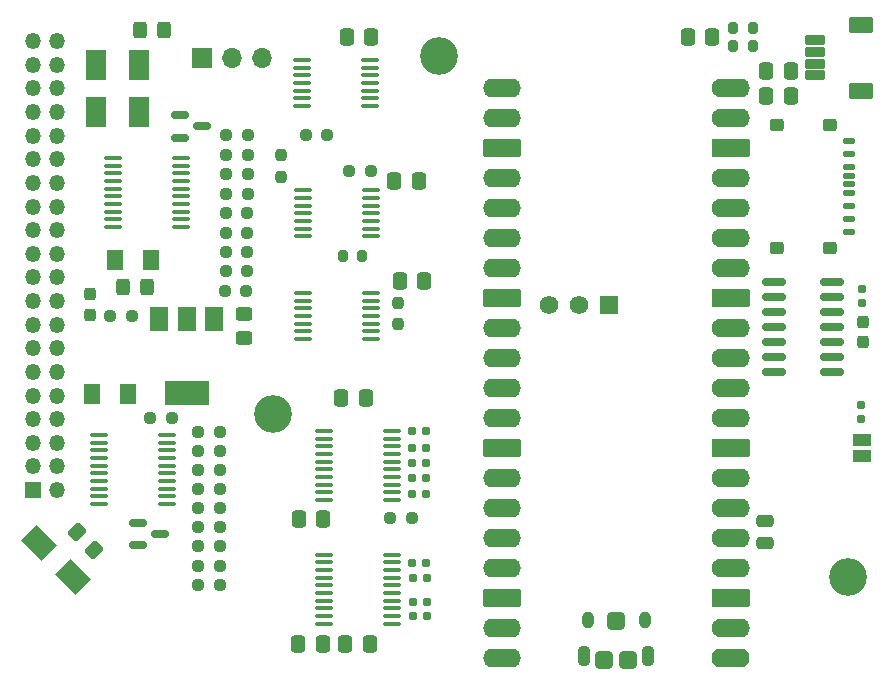
<source format=gbr>
%TF.GenerationSoftware,KiCad,Pcbnew,8.0.4-8.0.4-0~ubuntu22.04.1*%
%TF.CreationDate,2024-07-18T12:57:02-06:00*%
%TF.ProjectId,PowerBook,506f7765-7242-46f6-9f6b-2e6b69636164,rev?*%
%TF.SameCoordinates,Original*%
%TF.FileFunction,Soldermask,Top*%
%TF.FilePolarity,Negative*%
%FSLAX46Y46*%
G04 Gerber Fmt 4.6, Leading zero omitted, Abs format (unit mm)*
G04 Created by KiCad (PCBNEW 8.0.4-8.0.4-0~ubuntu22.04.1) date 2024-07-18 12:57:02*
%MOMM*%
%LPD*%
G01*
G04 APERTURE LIST*
G04 Aperture macros list*
%AMRoundRect*
0 Rectangle with rounded corners*
0 $1 Rounding radius*
0 $2 $3 $4 $5 $6 $7 $8 $9 X,Y pos of 4 corners*
0 Add a 4 corners polygon primitive as box body*
4,1,4,$2,$3,$4,$5,$6,$7,$8,$9,$2,$3,0*
0 Add four circle primitives for the rounded corners*
1,1,$1+$1,$2,$3*
1,1,$1+$1,$4,$5*
1,1,$1+$1,$6,$7*
1,1,$1+$1,$8,$9*
0 Add four rect primitives between the rounded corners*
20,1,$1+$1,$2,$3,$4,$5,0*
20,1,$1+$1,$4,$5,$6,$7,0*
20,1,$1+$1,$6,$7,$8,$9,0*
20,1,$1+$1,$8,$9,$2,$3,0*%
%AMRotRect*
0 Rectangle, with rotation*
0 The origin of the aperture is its center*
0 $1 length*
0 $2 width*
0 $3 Rotation angle, in degrees counterclockwise*
0 Add horizontal line*
21,1,$1,$2,0,0,$3*%
%AMFreePoly0*
4,1,26,1.935306,0.780194,1.989950,0.741421,2.341421,0.389950,2.388777,0.314585,2.400000,0.248529,2.400000,-0.248529,2.380194,-0.335306,2.341421,-0.389950,1.989950,-0.741421,1.914585,-0.788777,1.848529,-0.800000,0.000000,-0.800000,-0.248529,-0.800000,-0.335306,-0.780194,-0.389950,-0.741421,-0.741421,-0.389950,-0.788777,-0.314585,-0.800000,-0.248529,-0.800000,0.248529,-0.780194,0.335306,
-0.741421,0.389950,-0.389950,0.741421,-0.314585,0.788777,-0.248529,0.800000,1.848529,0.800000,1.935306,0.780194,1.935306,0.780194,$1*%
%AMFreePoly1*
4,1,26,0.335306,0.780194,0.389950,0.741421,0.741421,0.389950,0.788777,0.314585,0.800000,0.248529,0.800000,-0.248529,0.780194,-0.335306,0.741421,-0.389950,0.389950,-0.741421,0.314585,-0.788777,0.248529,-0.800000,0.000000,-0.800000,-0.248529,-0.800000,-0.335306,-0.780194,-0.389950,-0.741421,-0.741421,-0.389950,-0.788777,-0.314585,-0.800000,-0.248529,-0.800000,0.248529,-0.780194,0.335306,
-0.741421,0.389950,-0.389950,0.741421,-0.314585,0.788777,-0.248529,0.800000,0.248529,0.800000,0.335306,0.780194,0.335306,0.780194,$1*%
G04 Aperture macros list end*
%ADD10RoundRect,0.250001X0.462499X0.624999X-0.462499X0.624999X-0.462499X-0.624999X0.462499X-0.624999X0*%
%ADD11R,1.500000X2.000000*%
%ADD12R,3.800000X2.000000*%
%ADD13RoundRect,0.250000X0.325000X0.450000X-0.325000X0.450000X-0.325000X-0.450000X0.325000X-0.450000X0*%
%ADD14RoundRect,0.250000X0.450000X-0.325000X0.450000X0.325000X-0.450000X0.325000X-0.450000X-0.325000X0*%
%ADD15RoundRect,0.250000X0.548008X0.088388X0.088388X0.548008X-0.548008X-0.088388X-0.088388X-0.548008X0*%
%ADD16R,1.800000X2.500000*%
%ADD17R,1.700000X1.700000*%
%ADD18O,1.700000X1.700000*%
%ADD19RoundRect,0.160000X0.197500X0.160000X-0.197500X0.160000X-0.197500X-0.160000X0.197500X-0.160000X0*%
%ADD20RoundRect,0.237500X-0.250000X-0.237500X0.250000X-0.237500X0.250000X0.237500X-0.250000X0.237500X0*%
%ADD21RoundRect,0.100000X-0.637500X-0.100000X0.637500X-0.100000X0.637500X0.100000X-0.637500X0.100000X0*%
%ADD22C,3.200000*%
%ADD23RoundRect,0.250000X0.337500X0.475000X-0.337500X0.475000X-0.337500X-0.475000X0.337500X-0.475000X0*%
%ADD24RoundRect,0.250000X-0.337500X-0.475000X0.337500X-0.475000X0.337500X0.475000X-0.337500X0.475000X0*%
%ADD25RoundRect,0.160000X-0.160000X0.197500X-0.160000X-0.197500X0.160000X-0.197500X0.160000X0.197500X0*%
%ADD26RoundRect,0.100000X0.637500X0.100000X-0.637500X0.100000X-0.637500X-0.100000X0.637500X-0.100000X0*%
%ADD27RoundRect,0.237500X-0.237500X0.287500X-0.237500X-0.287500X0.237500X-0.287500X0.237500X0.287500X0*%
%ADD28RoundRect,0.200000X-0.200000X-0.275000X0.200000X-0.275000X0.200000X0.275000X-0.200000X0.275000X0*%
%ADD29RoundRect,0.150000X-0.587500X-0.150000X0.587500X-0.150000X0.587500X0.150000X-0.587500X0.150000X0*%
%ADD30RoundRect,0.237500X0.237500X-0.287500X0.237500X0.287500X-0.237500X0.287500X-0.237500X-0.287500X0*%
%ADD31RoundRect,0.250000X-0.475000X0.250000X-0.475000X-0.250000X0.475000X-0.250000X0.475000X0.250000X0*%
%ADD32RoundRect,0.200000X0.200000X0.275000X-0.200000X0.275000X-0.200000X-0.275000X0.200000X-0.275000X0*%
%ADD33RoundRect,0.237500X0.250000X0.237500X-0.250000X0.237500X-0.250000X-0.237500X0.250000X-0.237500X0*%
%ADD34RotRect,2.500000X1.800000X135.000000*%
%ADD35O,1.100000X1.800000*%
%ADD36O,1.050000X1.450000*%
%ADD37FreePoly0,180.000000*%
%ADD38FreePoly1,180.000000*%
%ADD39O,3.200000X1.600000*%
%ADD40C,1.600000*%
%ADD41RoundRect,0.200000X1.400000X0.600000X-1.400000X0.600000X-1.400000X-0.600000X1.400000X-0.600000X0*%
%ADD42RoundRect,0.200000X0.600000X0.600000X-0.600000X0.600000X-0.600000X-0.600000X0.600000X-0.600000X0*%
%ADD43R,1.574800X1.574800*%
%ADD44C,1.574800*%
%ADD45RoundRect,0.300000X0.450000X0.450000X-0.450000X0.450000X-0.450000X-0.450000X0.450000X-0.450000X0*%
%ADD46RoundRect,0.125000X-0.415000X0.125000X-0.415000X-0.125000X0.415000X-0.125000X0.415000X0.125000X0*%
%ADD47RoundRect,0.262500X-0.337500X0.262500X-0.337500X-0.262500X0.337500X-0.262500X0.337500X0.262500X0*%
%ADD48RoundRect,0.102000X0.775000X-0.300000X0.775000X0.300000X-0.775000X0.300000X-0.775000X-0.300000X0*%
%ADD49RoundRect,0.102000X-0.900000X0.600000X-0.900000X-0.600000X0.900000X-0.600000X0.900000X0.600000X0*%
%ADD50R,1.500000X1.000000*%
%ADD51RoundRect,0.150000X0.825000X0.150000X-0.825000X0.150000X-0.825000X-0.150000X0.825000X-0.150000X0*%
%ADD52RoundRect,0.237500X0.237500X-0.250000X0.237500X0.250000X-0.237500X0.250000X-0.237500X-0.250000X0*%
%ADD53R,1.350000X1.350000*%
%ADD54O,1.350000X1.350000*%
G04 APERTURE END LIST*
D10*
%TO.C,C3*%
X112993500Y-93345000D03*
X110018500Y-93345000D03*
%TD*%
%TO.C,C4*%
X111052000Y-104673400D03*
X108077000Y-104673400D03*
%TD*%
D11*
%TO.C,U3*%
X118350120Y-98299320D03*
X116050120Y-98299320D03*
D12*
X116050120Y-104599320D03*
D11*
X113750120Y-98299320D03*
%TD*%
D13*
%TO.C,C2*%
X112717800Y-95631000D03*
X110667800Y-95631000D03*
%TD*%
D14*
%TO.C,C5*%
X120919000Y-99941600D03*
X120919000Y-97891600D03*
%TD*%
D15*
%TO.C,C6*%
X108242984Y-117818784D03*
X106793416Y-116369216D03*
%TD*%
D16*
%TO.C,D1*%
X112014000Y-76809600D03*
X112014000Y-80809600D03*
%TD*%
D17*
%TO.C,J1*%
X117373400Y-76225400D03*
D18*
X119913400Y-76225400D03*
X122453400Y-76225400D03*
%TD*%
D19*
%TO.C,R42*%
X136385900Y-123469400D03*
X135190900Y-123469400D03*
%TD*%
D20*
%TO.C,R39*%
X117039400Y-115951000D03*
X118864400Y-115951000D03*
%TD*%
D19*
%TO.C,R16*%
X136349600Y-113106200D03*
X135154600Y-113106200D03*
%TD*%
D21*
%TO.C,U2*%
X109837300Y-84654200D03*
X109837300Y-85304200D03*
X109837300Y-85954200D03*
X109837300Y-86604200D03*
X109837300Y-87254200D03*
X109837300Y-87904200D03*
X109837300Y-88554200D03*
X109837300Y-89204200D03*
X109837300Y-89854200D03*
X109837300Y-90504200D03*
X115562300Y-90504200D03*
X115562300Y-89854200D03*
X115562300Y-89204200D03*
X115562300Y-88554200D03*
X115562300Y-87904200D03*
X115562300Y-87254200D03*
X115562300Y-86604200D03*
X115562300Y-85954200D03*
X115562300Y-85304200D03*
X115562300Y-84654200D03*
%TD*%
D20*
%TO.C,R4*%
X119354600Y-92608400D03*
X121179600Y-92608400D03*
%TD*%
%TO.C,R33*%
X117014000Y-111048800D03*
X118839000Y-111048800D03*
%TD*%
%TO.C,R36*%
X117045100Y-120802400D03*
X118870100Y-120802400D03*
%TD*%
D22*
%TO.C,H1*%
X123367800Y-106375200D03*
%TD*%
D23*
%TO.C,C12*%
X167200400Y-79400400D03*
X165125400Y-79400400D03*
%TD*%
D20*
%TO.C,R5*%
X119354600Y-90982800D03*
X121179600Y-90982800D03*
%TD*%
%TO.C,R35*%
X117017800Y-107848400D03*
X118842800Y-107848400D03*
%TD*%
%TO.C,R1*%
X117045100Y-112699800D03*
X118870100Y-112699800D03*
%TD*%
D24*
%TO.C,C1*%
X158478400Y-74396600D03*
X160553400Y-74396600D03*
%TD*%
D23*
%TO.C,C8*%
X127584200Y-125806200D03*
X125509200Y-125806200D03*
%TD*%
D20*
%TO.C,R38*%
X117043200Y-117551200D03*
X118868200Y-117551200D03*
%TD*%
D19*
%TO.C,R17*%
X136348400Y-118922800D03*
X135153400Y-118922800D03*
%TD*%
D20*
%TO.C,R9*%
X119407300Y-87680800D03*
X121232300Y-87680800D03*
%TD*%
D19*
%TO.C,R13*%
X136349600Y-109194600D03*
X135154600Y-109194600D03*
%TD*%
D23*
%TO.C,C7*%
X167182800Y-77266800D03*
X165107800Y-77266800D03*
%TD*%
D20*
%TO.C,R40*%
X117043200Y-114325400D03*
X118868200Y-114325400D03*
%TD*%
D25*
%TO.C,R57*%
X173126400Y-105574500D03*
X173126400Y-106769500D03*
%TD*%
D26*
%TO.C,U4*%
X133393100Y-124108400D03*
X133393100Y-123458400D03*
X133393100Y-122808400D03*
X133393100Y-122158400D03*
X133393100Y-121508400D03*
X133393100Y-120858400D03*
X133393100Y-120208400D03*
X133393100Y-119558400D03*
X133393100Y-118908400D03*
X133393100Y-118258400D03*
X127668100Y-118258400D03*
X127668100Y-118908400D03*
X127668100Y-119558400D03*
X127668100Y-120208400D03*
X127668100Y-120858400D03*
X127668100Y-121508400D03*
X127668100Y-122158400D03*
X127668100Y-122808400D03*
X127668100Y-123458400D03*
X127668100Y-124108400D03*
%TD*%
D19*
%TO.C,R18*%
X136373800Y-120192800D03*
X135178800Y-120192800D03*
%TD*%
D27*
%TO.C,D5*%
X107888100Y-96192400D03*
X107888100Y-97942400D03*
%TD*%
D28*
%TO.C,R20*%
X162332400Y-73634600D03*
X163982400Y-73634600D03*
%TD*%
D29*
%TO.C,Q1*%
X115470700Y-81041200D03*
X115470700Y-82941200D03*
X117345700Y-81991200D03*
%TD*%
D24*
%TO.C,C15*%
X129137500Y-104952800D03*
X131212500Y-104952800D03*
%TD*%
D20*
%TO.C,R22*%
X129795900Y-85775800D03*
X131620900Y-85775800D03*
%TD*%
D24*
%TO.C,C14*%
X129594700Y-74447400D03*
X131669700Y-74447400D03*
%TD*%
D21*
%TO.C,U1*%
X108618100Y-108123800D03*
X108618100Y-108773800D03*
X108618100Y-109423800D03*
X108618100Y-110073800D03*
X108618100Y-110723800D03*
X108618100Y-111373800D03*
X108618100Y-112023800D03*
X108618100Y-112673800D03*
X108618100Y-113323800D03*
X108618100Y-113973800D03*
X114343100Y-113973800D03*
X114343100Y-113323800D03*
X114343100Y-112673800D03*
X114343100Y-112023800D03*
X114343100Y-111373800D03*
X114343100Y-110723800D03*
X114343100Y-110073800D03*
X114343100Y-109423800D03*
X114343100Y-108773800D03*
X114343100Y-108123800D03*
%TD*%
D16*
%TO.C,D2*%
X108356400Y-80777600D03*
X108356400Y-76777600D03*
%TD*%
D20*
%TO.C,R3*%
X119356500Y-94234000D03*
X121181500Y-94234000D03*
%TD*%
D19*
%TO.C,R15*%
X136349600Y-111760000D03*
X135154600Y-111760000D03*
%TD*%
D30*
%TO.C,D4*%
X173278800Y-100276600D03*
X173278800Y-98526600D03*
%TD*%
D31*
%TO.C,C16*%
X164998400Y-115382000D03*
X164998400Y-117282000D03*
%TD*%
D32*
%TO.C,R11*%
X163981400Y-75184000D03*
X162331400Y-75184000D03*
%TD*%
D33*
%TO.C,R56*%
X111391400Y-98044000D03*
X109566400Y-98044000D03*
%TD*%
D22*
%TO.C,H5*%
X137388600Y-76073000D03*
%TD*%
D34*
%TO.C,D3*%
X106417814Y-120133814D03*
X103589386Y-117305386D03*
%TD*%
D20*
%TO.C,R7*%
X119405400Y-84378800D03*
X121230400Y-84378800D03*
%TD*%
D25*
%TO.C,R30*%
X173253400Y-95767500D03*
X173253400Y-96962500D03*
%TD*%
D35*
%TO.C,RP1*%
X155140400Y-126856200D03*
D36*
X154840400Y-123826200D03*
X149990400Y-123826200D03*
D35*
X149690400Y-126856200D03*
D37*
X162905400Y-126986200D03*
D38*
X161305400Y-126986200D03*
D39*
X162105400Y-124446200D03*
D40*
X161305400Y-124446200D03*
D41*
X162105400Y-121906200D03*
D42*
X161305400Y-121906200D03*
D39*
X162105400Y-119366200D03*
D40*
X161305400Y-119366200D03*
D39*
X162105400Y-116826200D03*
D40*
X161305400Y-116826200D03*
D39*
X162105400Y-114286200D03*
D40*
X161305400Y-114286200D03*
D39*
X162105400Y-111746200D03*
D40*
X161305400Y-111746200D03*
D41*
X162105400Y-109206200D03*
D42*
X161305400Y-109206200D03*
D39*
X162105400Y-106666200D03*
D40*
X161305400Y-106666200D03*
D39*
X162105400Y-104126200D03*
D40*
X161305400Y-104126200D03*
D39*
X162105400Y-101586200D03*
D40*
X161305400Y-101586200D03*
D39*
X162105400Y-99046200D03*
D40*
X161305400Y-99046200D03*
D41*
X162105400Y-96506200D03*
D42*
X161305400Y-96506200D03*
D39*
X162105400Y-93966200D03*
D40*
X161305400Y-93966200D03*
D39*
X162105400Y-91426200D03*
D40*
X161305400Y-91426200D03*
D39*
X162105400Y-88886200D03*
D40*
X161305400Y-88886200D03*
D39*
X162105400Y-86346200D03*
D40*
X161305400Y-86346200D03*
D41*
X162105400Y-83806200D03*
D42*
X161305400Y-83806200D03*
D39*
X162105400Y-81266200D03*
D40*
X161305400Y-81266200D03*
D39*
X162105400Y-78726200D03*
D40*
X161305400Y-78726200D03*
X143525400Y-78726200D03*
D39*
X142725400Y-78726200D03*
D40*
X143525400Y-81266200D03*
D39*
X142725400Y-81266200D03*
D42*
X143525400Y-83806200D03*
D41*
X142725400Y-83806200D03*
D40*
X143525400Y-86346200D03*
D39*
X142725400Y-86346200D03*
D40*
X143525400Y-88886200D03*
D39*
X142725400Y-88886200D03*
D40*
X143525400Y-91426200D03*
D39*
X142725400Y-91426200D03*
D40*
X143525400Y-93966200D03*
D39*
X142725400Y-93966200D03*
D42*
X143525400Y-96506200D03*
D41*
X142725400Y-96506200D03*
D40*
X143525400Y-99046200D03*
D39*
X142725400Y-99046200D03*
D40*
X143525400Y-101586200D03*
D39*
X142725400Y-101586200D03*
D40*
X143525400Y-104126200D03*
D39*
X142725400Y-104126200D03*
D40*
X143525400Y-106666200D03*
D39*
X142725400Y-106666200D03*
D42*
X143525400Y-109206200D03*
D41*
X142725400Y-109206200D03*
D40*
X143525400Y-111746200D03*
D39*
X142725400Y-111746200D03*
D40*
X143525400Y-114286200D03*
D39*
X142725400Y-114286200D03*
D40*
X143525400Y-116826200D03*
D39*
X142725400Y-116826200D03*
D40*
X143525400Y-119366200D03*
D39*
X142725400Y-119366200D03*
D42*
X143525400Y-121906200D03*
D41*
X142725400Y-121906200D03*
D40*
X143525400Y-124446200D03*
D39*
X142725400Y-124446200D03*
D40*
X143525400Y-126986200D03*
D39*
X142725400Y-126986200D03*
D43*
X151831200Y-97156200D03*
D44*
X149291200Y-97156200D03*
X146751200Y-97156200D03*
D45*
X152415400Y-123856200D03*
X151415400Y-127156200D03*
X153415400Y-127156200D03*
%TD*%
D20*
%TO.C,R8*%
X119407300Y-86055200D03*
X121232300Y-86055200D03*
%TD*%
%TO.C,R2*%
X119254900Y-95910400D03*
X121079900Y-95910400D03*
%TD*%
D46*
%TO.C,SD2*%
X172164000Y-83246600D03*
X172164000Y-84346600D03*
X172164000Y-85446600D03*
X172164000Y-86196600D03*
X172164000Y-86896600D03*
X172164000Y-87646600D03*
X172164000Y-88746600D03*
X172164000Y-89846600D03*
X172164000Y-90946600D03*
D47*
X170524000Y-81871600D03*
X166074000Y-81871600D03*
X170524000Y-92321600D03*
X166074000Y-92321600D03*
%TD*%
D48*
%TO.C,J3*%
X169272200Y-77674600D03*
X169272200Y-76674600D03*
X169272200Y-75674600D03*
X169272200Y-74674600D03*
D49*
X173147200Y-78974600D03*
X173147200Y-73374600D03*
%TD*%
D19*
%TO.C,R12*%
X136348400Y-107772200D03*
X135153400Y-107772200D03*
%TD*%
D50*
%TO.C,JP1*%
X173228000Y-108570000D03*
X173228000Y-109870000D03*
%TD*%
D19*
%TO.C,R19*%
X136399200Y-122224800D03*
X135204200Y-122224800D03*
%TD*%
D24*
%TO.C,C10*%
X129489200Y-125806200D03*
X131564200Y-125806200D03*
%TD*%
D32*
%TO.C,R21*%
X130898400Y-92938600D03*
X129248400Y-92938600D03*
%TD*%
D23*
%TO.C,C9*%
X136165500Y-95097600D03*
X134090500Y-95097600D03*
%TD*%
D51*
%TO.C,U8*%
X170724600Y-102768400D03*
X170724600Y-101498400D03*
X170724600Y-100228400D03*
X170724600Y-98958400D03*
X170724600Y-97688400D03*
X170724600Y-96418400D03*
X170724600Y-95148400D03*
X165774600Y-95148400D03*
X165774600Y-96418400D03*
X165774600Y-97688400D03*
X165774600Y-98958400D03*
X165774600Y-100228400D03*
X165774600Y-101498400D03*
X165774600Y-102768400D03*
%TD*%
D20*
%TO.C,R10*%
X119356500Y-89357200D03*
X121181500Y-89357200D03*
%TD*%
D29*
%TO.C,Q2*%
X111940100Y-115534400D03*
X111940100Y-117434400D03*
X113815100Y-116484400D03*
%TD*%
D20*
%TO.C,R34*%
X117017800Y-109448600D03*
X118842800Y-109448600D03*
%TD*%
D33*
%TO.C,R41*%
X114778800Y-106654600D03*
X112953800Y-106654600D03*
%TD*%
D21*
%TO.C,U7*%
X125940900Y-87407200D03*
X125940900Y-88057200D03*
X125940900Y-88707200D03*
X125940900Y-89357200D03*
X125940900Y-90007200D03*
X125940900Y-90657200D03*
X125940900Y-91307200D03*
X131665900Y-91307200D03*
X131665900Y-90657200D03*
X131665900Y-90007200D03*
X131665900Y-89357200D03*
X131665900Y-88707200D03*
X131665900Y-88057200D03*
X131665900Y-87407200D03*
%TD*%
D20*
%TO.C,R37*%
X117043200Y-119176800D03*
X118868200Y-119176800D03*
%TD*%
D13*
%TO.C,F2*%
X114156600Y-73850000D03*
X112106600Y-73850000D03*
%TD*%
D22*
%TO.C,H3*%
X172034200Y-120142000D03*
%TD*%
D52*
%TO.C,R23*%
X133985000Y-98751400D03*
X133985000Y-96926400D03*
%TD*%
D20*
%TO.C,R25*%
X133299200Y-115112800D03*
X135124200Y-115112800D03*
%TD*%
D21*
%TO.C,U5*%
X125897800Y-96089400D03*
X125897800Y-96739400D03*
X125897800Y-97389400D03*
X125897800Y-98039400D03*
X125897800Y-98689400D03*
X125897800Y-99339400D03*
X125897800Y-99989400D03*
X131622800Y-99989400D03*
X131622800Y-99339400D03*
X131622800Y-98689400D03*
X131622800Y-98039400D03*
X131622800Y-97389400D03*
X131622800Y-96739400D03*
X131622800Y-96089400D03*
%TD*%
D19*
%TO.C,R14*%
X136349600Y-110464600D03*
X135154600Y-110464600D03*
%TD*%
D26*
%TO.C,U9*%
X133393100Y-113618200D03*
X133393100Y-112968200D03*
X133393100Y-112318200D03*
X133393100Y-111668200D03*
X133393100Y-111018200D03*
X133393100Y-110368200D03*
X133393100Y-109718200D03*
X133393100Y-109068200D03*
X133393100Y-108418200D03*
X133393100Y-107768200D03*
X127668100Y-107768200D03*
X127668100Y-108418200D03*
X127668100Y-109068200D03*
X127668100Y-109718200D03*
X127668100Y-110368200D03*
X127668100Y-111018200D03*
X127668100Y-111668200D03*
X127668100Y-112318200D03*
X127668100Y-112968200D03*
X127668100Y-113618200D03*
%TD*%
D21*
%TO.C,U6*%
X125813900Y-76358200D03*
X125813900Y-77008200D03*
X125813900Y-77658200D03*
X125813900Y-78308200D03*
X125813900Y-78958200D03*
X125813900Y-79608200D03*
X125813900Y-80258200D03*
X131538900Y-80258200D03*
X131538900Y-79608200D03*
X131538900Y-78958200D03*
X131538900Y-78308200D03*
X131538900Y-77658200D03*
X131538900Y-77008200D03*
X131538900Y-76358200D03*
%TD*%
D53*
%TO.C,J2*%
X103073200Y-112776800D03*
D54*
X105073200Y-112776800D03*
X103073200Y-110776800D03*
X105073200Y-110776800D03*
X103073200Y-108776800D03*
X105073200Y-108776800D03*
X103073200Y-106776800D03*
X105073200Y-106776800D03*
X103073200Y-104776800D03*
X105073200Y-104776800D03*
X103073200Y-102776800D03*
X105073200Y-102776800D03*
X103073200Y-100776800D03*
X105073200Y-100776800D03*
X103073200Y-98776800D03*
X105073200Y-98776800D03*
X105073200Y-96776800D03*
X103073200Y-94776800D03*
X105073200Y-94776800D03*
X103073200Y-92776800D03*
X105073200Y-92776800D03*
X103073200Y-90776800D03*
X105073200Y-90776800D03*
X103073200Y-88776800D03*
X105073200Y-88776800D03*
X103073200Y-86776800D03*
X105073200Y-86776800D03*
X103073200Y-84776800D03*
X105073200Y-84776800D03*
X103073200Y-82776800D03*
X105073200Y-82776800D03*
X103073200Y-80776800D03*
X105073200Y-80776800D03*
X103073200Y-78776800D03*
X105073200Y-78776800D03*
X103073200Y-76776800D03*
X105073200Y-76776800D03*
X103073200Y-74776800D03*
X105073200Y-74776800D03*
X103073200Y-96776800D03*
%TD*%
D20*
%TO.C,R6*%
X119405400Y-82702400D03*
X121230400Y-82702400D03*
%TD*%
D23*
%TO.C,C11*%
X127605700Y-115265200D03*
X125530700Y-115265200D03*
%TD*%
%TO.C,C13*%
X135679000Y-86639400D03*
X133604000Y-86639400D03*
%TD*%
D20*
%TO.C,R29*%
X126112900Y-82727800D03*
X127937900Y-82727800D03*
%TD*%
D52*
%TO.C,R28*%
X124053600Y-86280000D03*
X124053600Y-84455000D03*
%TD*%
M02*

</source>
